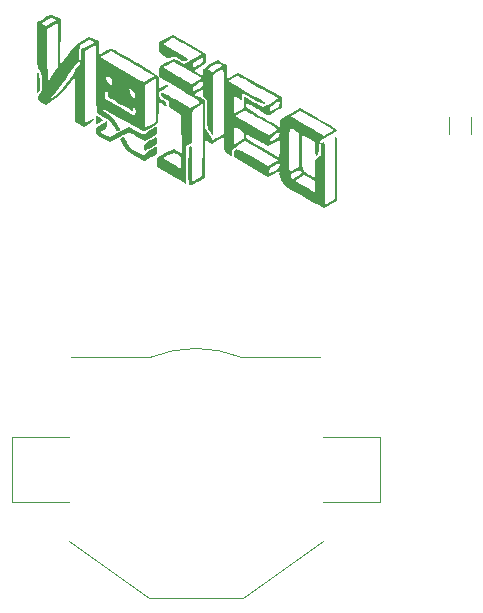
<source format=gbr>
%TF.GenerationSoftware,KiCad,Pcbnew,6.0.6-3a73a75311~116~ubuntu21.10.1*%
%TF.CreationDate,2023-05-16T20:40:28-06:00*%
%TF.ProjectId,goon,676f6f6e-2e6b-4696-9361-645f70636258,rev?*%
%TF.SameCoordinates,Original*%
%TF.FileFunction,Legend,Bot*%
%TF.FilePolarity,Positive*%
%FSLAX46Y46*%
G04 Gerber Fmt 4.6, Leading zero omitted, Abs format (unit mm)*
G04 Created by KiCad (PCBNEW 6.0.6-3a73a75311~116~ubuntu21.10.1) date 2023-05-16 20:40:28*
%MOMM*%
%LPD*%
G01*
G04 APERTURE LIST*
%ADD10C,0.120000*%
G04 APERTURE END LIST*
D10*
%TO.C,R1*%
X173635000Y-99347936D02*
X173635000Y-100802064D01*
X171815000Y-99347936D02*
X171815000Y-100802064D01*
%TO.C,G\u002A\u002A\u002A*%
G36*
X142604140Y-93835880D02*
G01*
X142820568Y-93718724D01*
X143040326Y-93615437D01*
X143167158Y-93575666D01*
X143256765Y-93611455D01*
X143475191Y-93721686D01*
X143800319Y-93895387D01*
X144211638Y-94121415D01*
X144688635Y-94388628D01*
X145210803Y-94685884D01*
X145431676Y-94812571D01*
X145988071Y-95133282D01*
X146418746Y-95388721D01*
X146739213Y-95593533D01*
X146964982Y-95762363D01*
X147103623Y-95901866D01*
X147111565Y-95909857D01*
X147194471Y-96050658D01*
X147229211Y-96199412D01*
X147231297Y-96370763D01*
X147216240Y-96579357D01*
X147207924Y-96695684D01*
X147199788Y-96886842D01*
X147205511Y-96962333D01*
X147214068Y-96959361D01*
X147320281Y-96901577D01*
X147502454Y-96793316D01*
X147621442Y-96728015D01*
X147845020Y-96643041D01*
X148010922Y-96626682D01*
X148074781Y-96687166D01*
X148034692Y-96735760D01*
X147880881Y-96846795D01*
X147651447Y-96983475D01*
X147549635Y-97041008D01*
X147347566Y-97178287D01*
X147252861Y-97305371D01*
X147229334Y-97463403D01*
X147234600Y-97546409D01*
X147313341Y-97726215D01*
X147517266Y-97888474D01*
X147611187Y-97950691D01*
X147835015Y-98171764D01*
X147906667Y-98412160D01*
X147881890Y-98427224D01*
X147751550Y-98388087D01*
X147546834Y-98282735D01*
X147187000Y-98071999D01*
X147194049Y-98649955D01*
X147191961Y-98945675D01*
X147176868Y-99304533D01*
X147151716Y-99581085D01*
X147140690Y-99653696D01*
X147117026Y-99742356D01*
X147096067Y-99820884D01*
X147006034Y-99951865D01*
X146836156Y-100085702D01*
X146552000Y-100261461D01*
X146509490Y-100286401D01*
X146231915Y-100433201D01*
X146005772Y-100527103D01*
X145876555Y-100548757D01*
X145858513Y-100541355D01*
X145710922Y-100466255D01*
X145447318Y-100323718D01*
X145091411Y-100126826D01*
X144666908Y-99888660D01*
X144197517Y-99622302D01*
X143854858Y-99426771D01*
X143400589Y-99167920D01*
X143064268Y-98977918D01*
X142827682Y-98847616D01*
X142672612Y-98767867D01*
X142580845Y-98729524D01*
X142534163Y-98723438D01*
X142514351Y-98740462D01*
X142503193Y-98771449D01*
X142540162Y-98834822D01*
X142689361Y-98959617D01*
X142917273Y-99110115D01*
X143122508Y-99247950D01*
X143412493Y-99523578D01*
X143679981Y-99904339D01*
X143795555Y-100095738D01*
X143905703Y-100294108D01*
X143941079Y-100408293D01*
X143909874Y-100474845D01*
X143820281Y-100530313D01*
X143695571Y-100575142D01*
X143612349Y-100551641D01*
X143579887Y-100484121D01*
X143479801Y-100301196D01*
X143341398Y-100061025D01*
X143269693Y-99945614D01*
X143090846Y-99723328D01*
X142857676Y-99537269D01*
X142517429Y-99341358D01*
X141937667Y-99036666D01*
X141919421Y-97791543D01*
X142657334Y-97791543D01*
X143900563Y-98498771D01*
X144216803Y-98678446D01*
X144593477Y-98891811D01*
X144898880Y-99064052D01*
X145107734Y-99180923D01*
X145194759Y-99228176D01*
X145206476Y-99224368D01*
X145235939Y-99119346D01*
X145249609Y-98914264D01*
X145249640Y-98885016D01*
X145219024Y-98648290D01*
X145140746Y-98534912D01*
X145070588Y-98536787D01*
X145028000Y-98658323D01*
X145018067Y-98753967D01*
X144973497Y-98825000D01*
X144956316Y-98819380D01*
X144820479Y-98751764D01*
X144576274Y-98619613D01*
X144274956Y-98451262D01*
X146044000Y-98451262D01*
X146044139Y-98658283D01*
X146044852Y-98885016D01*
X146045751Y-99171017D01*
X146048945Y-99612263D01*
X146053437Y-99957561D01*
X146058940Y-100182449D01*
X146065167Y-100262465D01*
X146124270Y-100232796D01*
X146293604Y-100138190D01*
X146530834Y-100001476D01*
X146975334Y-99742356D01*
X146975334Y-97929011D01*
X146975066Y-97722039D01*
X146971939Y-97209059D01*
X146965742Y-96767439D01*
X146957028Y-96421671D01*
X146946354Y-96196250D01*
X146934272Y-96115666D01*
X146873156Y-96142209D01*
X146702409Y-96237022D01*
X146468606Y-96376928D01*
X146044000Y-96638191D01*
X146044000Y-98451262D01*
X144274956Y-98451262D01*
X144251434Y-98438120D01*
X143873691Y-98222477D01*
X143548838Y-98033662D01*
X143232920Y-97842297D01*
X143028703Y-97702910D01*
X142915179Y-97598802D01*
X142871334Y-97513271D01*
X142876159Y-97429619D01*
X142885873Y-97301033D01*
X142790632Y-97188132D01*
X142720991Y-97177783D01*
X142670558Y-97253731D01*
X142657334Y-97464262D01*
X142657334Y-97791543D01*
X141919421Y-97791543D01*
X141906351Y-96899632D01*
X144725900Y-96899632D01*
X144758217Y-97206149D01*
X144761915Y-97235882D01*
X144826062Y-97466687D01*
X144925449Y-97618500D01*
X145079164Y-97711695D01*
X145170746Y-97675961D01*
X145197334Y-97486255D01*
X145155104Y-97293163D01*
X144961617Y-97073905D01*
X144725900Y-96899632D01*
X141906351Y-96899632D01*
X141895334Y-96147825D01*
X141894979Y-96123599D01*
X142760773Y-96123599D01*
X142806642Y-96325344D01*
X142999518Y-96541504D01*
X143231068Y-96706382D01*
X143267915Y-96455327D01*
X143272832Y-96420351D01*
X143276595Y-96212337D01*
X143191537Y-96083142D01*
X142980623Y-95970229D01*
X142831807Y-95914356D01*
X142767007Y-95951124D01*
X142760773Y-96123599D01*
X141894979Y-96123599D01*
X141868210Y-94296922D01*
X142254876Y-94296922D01*
X144092541Y-95359257D01*
X145568230Y-96212337D01*
X145930207Y-96421592D01*
X146399510Y-96161729D01*
X146868812Y-95901866D01*
X146054240Y-95439281D01*
X145671816Y-95220398D01*
X145188928Y-94941229D01*
X144682545Y-94646263D01*
X144215025Y-94371697D01*
X143190382Y-93766697D01*
X142722629Y-94031809D01*
X142254876Y-94296922D01*
X141868210Y-94296922D01*
X141853000Y-93258983D01*
X141408500Y-93510164D01*
X140964000Y-93761344D01*
X140964000Y-99857726D01*
X141265173Y-99680029D01*
X141393565Y-99608232D01*
X141624073Y-99509584D01*
X141732218Y-99508004D01*
X141715655Y-99586909D01*
X141572045Y-99729718D01*
X141299045Y-99919850D01*
X140872089Y-100182559D01*
X140496283Y-99962321D01*
X140120477Y-99742084D01*
X140097739Y-97849670D01*
X140075000Y-95957256D01*
X139440000Y-96772492D01*
X139369472Y-96862486D01*
X139057409Y-97240424D01*
X138787474Y-97521382D01*
X138519383Y-97743897D01*
X138212854Y-97946509D01*
X137620708Y-98305290D01*
X137323854Y-98128262D01*
X137227094Y-98070179D01*
X137021675Y-97931170D01*
X136942214Y-97816099D01*
X136944170Y-97807401D01*
X138013950Y-97807401D01*
X138047406Y-97791789D01*
X138189745Y-97707392D01*
X138399165Y-97574567D01*
X138532070Y-97468244D01*
X138776871Y-97223756D01*
X139067809Y-96896632D01*
X139377282Y-96520720D01*
X139677686Y-96129871D01*
X139941418Y-95757933D01*
X140140874Y-95438755D01*
X140157653Y-95409257D01*
X140315542Y-95154221D01*
X140466287Y-94940359D01*
X140497019Y-94897814D01*
X140574147Y-94725232D01*
X140613998Y-94476468D01*
X140625334Y-94105523D01*
X140629565Y-93803280D01*
X140647868Y-93606372D01*
X140686688Y-93522317D01*
X140752438Y-93521657D01*
X140869025Y-93510837D01*
X141086680Y-93427380D01*
X141348049Y-93288207D01*
X141816556Y-93005982D01*
X141572335Y-92904822D01*
X141480365Y-92871105D01*
X141333705Y-92855581D01*
X141164179Y-92910035D01*
X140913224Y-93047110D01*
X140498334Y-93290557D01*
X140473452Y-93962278D01*
X140448570Y-94634000D01*
X140055034Y-95152071D01*
X139548170Y-95819333D01*
X139330264Y-96105263D01*
X139012224Y-96519498D01*
X138720383Y-96896206D01*
X138480000Y-97202835D01*
X138316335Y-97406833D01*
X138163670Y-97596070D01*
X138047464Y-97749244D01*
X138013950Y-97807401D01*
X136944170Y-97807401D01*
X136972957Y-97679416D01*
X137098153Y-97475568D01*
X137100389Y-97472185D01*
X137217144Y-97272551D01*
X137284679Y-97076445D01*
X137315805Y-96826359D01*
X137323334Y-96464790D01*
X137318763Y-96182922D01*
X137290717Y-95887130D01*
X137226170Y-95655198D01*
X137112687Y-95425808D01*
X137046289Y-95305090D01*
X136993801Y-95185391D01*
X136955881Y-95046917D01*
X136930159Y-94864574D01*
X136914261Y-94613271D01*
X136905818Y-94267914D01*
X136902456Y-93803410D01*
X136901804Y-93194666D01*
X136901786Y-93049710D01*
X137760010Y-93049710D01*
X137761609Y-93587776D01*
X137766364Y-94180002D01*
X137789000Y-96347890D01*
X138233500Y-95749981D01*
X138678000Y-95152071D01*
X138678000Y-93263202D01*
X138677670Y-92991019D01*
X138675078Y-92473007D01*
X138670246Y-92028335D01*
X138663576Y-91680999D01*
X138655470Y-91454999D01*
X138646331Y-91374333D01*
X138621126Y-91379426D01*
X138474576Y-91447345D01*
X138263966Y-91568300D01*
X138042580Y-91708953D01*
X137863701Y-91835964D01*
X137780612Y-91915995D01*
X137772659Y-91997872D01*
X137765684Y-92231017D01*
X137761418Y-92589543D01*
X137760010Y-93049710D01*
X136901786Y-93049710D01*
X136901583Y-91449745D01*
X137305478Y-91449745D01*
X137374914Y-91518564D01*
X137506662Y-91598199D01*
X137639748Y-91614234D01*
X137816168Y-91553570D01*
X138085334Y-91408556D01*
X138237286Y-91321662D01*
X138421019Y-91209315D01*
X138484352Y-91141292D01*
X138443892Y-91090296D01*
X138316249Y-91029031D01*
X138247634Y-91001603D01*
X138104448Y-90984635D01*
X137927732Y-91036900D01*
X137663372Y-91170092D01*
X137456288Y-91286692D01*
X137325215Y-91381380D01*
X137305478Y-91449745D01*
X136901583Y-91449745D01*
X136901568Y-91332000D01*
X137460008Y-91014499D01*
X137504902Y-90989154D01*
X137781011Y-90841238D01*
X137999128Y-90737266D01*
X138115391Y-90698392D01*
X138156312Y-90706539D01*
X138326757Y-90775547D01*
X138551000Y-90891677D01*
X138889667Y-91083568D01*
X138888754Y-91141292D01*
X138828145Y-94972666D01*
X139497724Y-94101455D01*
X139694557Y-93849338D01*
X139975287Y-93513986D01*
X140219953Y-93264715D01*
X140464319Y-93066615D01*
X140744149Y-92884775D01*
X141320997Y-92539306D01*
X141735165Y-92733292D01*
X142149334Y-92927278D01*
X142149334Y-94096094D01*
X142604140Y-93835880D01*
G37*
G36*
X144241835Y-101042607D02*
G01*
X144338625Y-101184760D01*
X144480411Y-101455102D01*
X144525338Y-101542835D01*
X144668144Y-101787968D01*
X144821712Y-101966565D01*
X145033378Y-102125149D01*
X145350478Y-102310245D01*
X145361451Y-102316321D01*
X145690743Y-102485553D01*
X145891470Y-102558642D01*
X145959334Y-102534009D01*
X146023951Y-102453395D01*
X146193750Y-102321653D01*
X146422875Y-102168793D01*
X146665429Y-102023763D01*
X146875516Y-101915516D01*
X147007242Y-101873000D01*
X147016705Y-101878172D01*
X147047152Y-101986305D01*
X147058852Y-102190500D01*
X147058676Y-102215815D01*
X147043616Y-102385113D01*
X146980209Y-102508045D01*
X146834371Y-102625873D01*
X146572019Y-102779859D01*
X146327046Y-102912319D01*
X146120552Y-103014634D01*
X146014700Y-103055025D01*
X145974863Y-103043804D01*
X145807809Y-102969120D01*
X145549529Y-102839614D01*
X145236499Y-102673183D01*
X144948945Y-102512595D01*
X144699777Y-102352512D01*
X144523554Y-102195151D01*
X144376999Y-102000406D01*
X144216840Y-101728171D01*
X144120598Y-101554697D01*
X144007260Y-101333693D01*
X143965357Y-101201308D01*
X143986294Y-101120188D01*
X144061473Y-101052976D01*
X144077603Y-101041464D01*
X144163632Y-101003292D01*
X144241835Y-101042607D01*
G37*
G36*
X147008149Y-101034431D02*
G01*
X147045104Y-101141181D01*
X147060000Y-101344748D01*
X147059891Y-101373703D01*
X147045168Y-101541907D01*
X146981769Y-101664138D01*
X146835751Y-101781585D01*
X146573167Y-101935434D01*
X146327165Y-102068371D01*
X146121900Y-102170048D01*
X146017723Y-102209685D01*
X146006164Y-102205249D01*
X145974729Y-102100431D01*
X145975390Y-101899526D01*
X145996933Y-101749966D01*
X146063578Y-101606846D01*
X146208193Y-101474841D01*
X146467334Y-101310156D01*
X146695959Y-101178205D01*
X146895785Y-101071711D01*
X146996500Y-101029629D01*
X147008149Y-101034431D01*
G37*
G36*
X142826667Y-99956633D02*
G01*
X142813203Y-100125737D01*
X142729353Y-100296160D01*
X142531307Y-100458930D01*
X142235947Y-100659633D01*
X142651195Y-100854124D01*
X143066442Y-101048616D01*
X143858910Y-100621408D01*
X144651377Y-100194201D01*
X145313742Y-100567934D01*
X145481534Y-100662523D01*
X145758443Y-100816457D01*
X145923905Y-100901074D01*
X146002697Y-100926054D01*
X146019600Y-100901079D01*
X145999394Y-100835833D01*
X145998914Y-100834245D01*
X146054627Y-100753417D01*
X146214409Y-100623143D01*
X146434133Y-100472027D01*
X146669670Y-100328674D01*
X146876893Y-100221685D01*
X147011676Y-100179666D01*
X147020813Y-100185478D01*
X147048750Y-100295672D01*
X147060000Y-100501561D01*
X147059173Y-100576769D01*
X147038785Y-100725744D01*
X146965884Y-100838293D01*
X146807543Y-100951910D01*
X146530834Y-101104085D01*
X146001667Y-101384714D01*
X145390431Y-101036190D01*
X145299261Y-100984894D01*
X145014278Y-100833598D01*
X144790760Y-100728218D01*
X144670764Y-100689042D01*
X144631275Y-100698274D01*
X144457925Y-100771079D01*
X144195975Y-100900518D01*
X143885000Y-101067526D01*
X143737088Y-101148396D01*
X143441537Y-101300771D01*
X143212018Y-101406756D01*
X143088804Y-101447151D01*
X143083620Y-101447012D01*
X142945771Y-101403394D01*
X142712979Y-101296945D01*
X142432637Y-101149189D01*
X142298669Y-101073625D01*
X142074011Y-100934849D01*
X141953324Y-100822391D01*
X141904476Y-100699088D01*
X141895334Y-100527779D01*
X141899007Y-100418190D01*
X141950981Y-100225137D01*
X142085834Y-100113159D01*
X142105436Y-100103301D01*
X142316198Y-99984554D01*
X142551500Y-99837254D01*
X142826667Y-99655037D01*
X142826667Y-99956633D01*
G37*
G36*
X137024308Y-95654984D02*
G01*
X137032228Y-95666466D01*
X137095773Y-95851638D01*
X137136535Y-96135916D01*
X137153548Y-96466065D01*
X137145842Y-96788851D01*
X137112449Y-97051041D01*
X137052400Y-97199400D01*
X136998247Y-97250136D01*
X136925400Y-97301000D01*
X136917005Y-97249882D01*
X136908207Y-97060599D01*
X136902214Y-96764356D01*
X136900000Y-96395817D01*
X136900022Y-96340122D01*
X136902702Y-95962504D01*
X136912589Y-95728308D01*
X136933566Y-95614409D01*
X136969512Y-95597676D01*
X137024308Y-95654984D01*
G37*
G36*
X142191667Y-99392384D02*
G01*
X142248746Y-99420529D01*
X142419343Y-99518815D01*
X142488000Y-99583071D01*
X142487659Y-99585962D01*
X142415363Y-99663855D01*
X142255167Y-99776803D01*
X142108101Y-99863244D01*
X141967289Y-99906587D01*
X141907671Y-99820882D01*
X141895334Y-99588369D01*
X141895334Y-99251072D01*
X142191667Y-99392384D01*
G37*
G36*
X153926655Y-95586618D02*
G01*
X155763828Y-96642490D01*
X157601000Y-97698363D01*
X157605302Y-97770974D01*
X157616578Y-97961319D01*
X157651460Y-98550147D01*
X157245230Y-98786248D01*
X157086451Y-98879108D01*
X156838907Y-99026041D01*
X156669667Y-99129216D01*
X156640723Y-99145582D01*
X156549049Y-99168074D01*
X156423683Y-99145317D01*
X156236980Y-99066456D01*
X155961300Y-98920635D01*
X155569000Y-98697000D01*
X155533950Y-98676833D01*
X156627420Y-98676833D01*
X156633185Y-98835001D01*
X156648500Y-98903011D01*
X156685646Y-98882839D01*
X156833303Y-98796011D01*
X157050667Y-98665214D01*
X157211500Y-98559029D01*
X157390855Y-98384562D01*
X157459278Y-98197695D01*
X157486890Y-97961319D01*
X157057198Y-98202659D01*
X156976839Y-98248656D01*
X156759529Y-98394696D01*
X156654672Y-98524607D01*
X156627420Y-98676833D01*
X155533950Y-98676833D01*
X155275023Y-98527851D01*
X154982280Y-98365533D01*
X154793304Y-98274420D01*
X154684042Y-98245535D01*
X154630445Y-98269903D01*
X154608460Y-98338548D01*
X154617911Y-98462088D01*
X154735460Y-98634271D01*
X154839302Y-98701925D01*
X155061605Y-98836747D01*
X155367133Y-99017264D01*
X155727234Y-99227038D01*
X156113256Y-99449634D01*
X156496548Y-99668615D01*
X156848458Y-99867546D01*
X157140334Y-100029988D01*
X157343524Y-100139507D01*
X157429378Y-100179666D01*
X157437410Y-100174513D01*
X157464091Y-100066401D01*
X157475727Y-99862166D01*
X157478814Y-99752801D01*
X157503261Y-99638187D01*
X157574033Y-99535668D01*
X157716308Y-99421224D01*
X157955264Y-99270835D01*
X157968820Y-99262932D01*
X158411386Y-99262932D01*
X158466963Y-99326336D01*
X158647095Y-99456845D01*
X158931672Y-99641342D01*
X159300588Y-99866707D01*
X159733734Y-100119824D01*
X159791527Y-100152898D01*
X160229870Y-100402124D01*
X160613357Y-100617379D01*
X160919041Y-100785990D01*
X161123974Y-100895280D01*
X161205208Y-100932576D01*
X161250774Y-100911162D01*
X161410281Y-100825412D01*
X161636921Y-100698274D01*
X162032175Y-100473062D01*
X160604135Y-99645203D01*
X159176096Y-98817344D01*
X158854215Y-99019529D01*
X158769482Y-99071617D01*
X158556059Y-99193262D01*
X158415527Y-99259848D01*
X158411386Y-99262932D01*
X157968820Y-99262932D01*
X158316081Y-99060480D01*
X159154707Y-98576294D01*
X160727354Y-99473300D01*
X160898522Y-99571504D01*
X161345613Y-99833771D01*
X161730492Y-100067847D01*
X162031724Y-100260188D01*
X162227875Y-100397249D01*
X162297511Y-100465486D01*
X162292186Y-100473062D01*
X162265186Y-100511475D01*
X162113898Y-100634356D01*
X161867233Y-100802212D01*
X161556678Y-100992635D01*
X160818334Y-101424604D01*
X160792736Y-101960208D01*
X160772173Y-102218882D01*
X160716650Y-102468629D01*
X160623403Y-102601466D01*
X160594119Y-102621611D01*
X160530521Y-102638153D01*
X160489848Y-102570890D01*
X160462114Y-102391361D01*
X160437334Y-102071105D01*
X160395000Y-101435092D01*
X159865834Y-101138324D01*
X159336667Y-100841557D01*
X159336667Y-102279232D01*
X159336933Y-102657317D01*
X159342768Y-103121164D01*
X159363747Y-103461500D01*
X159380158Y-103549138D01*
X159409565Y-103706171D01*
X159489920Y-103883021D01*
X159614508Y-104019896D01*
X159731429Y-104101598D01*
X159793025Y-104144640D01*
X160035167Y-104285099D01*
X160437334Y-104513757D01*
X160437334Y-103719633D01*
X160437381Y-103595046D01*
X160441105Y-103266630D01*
X160458146Y-103058439D01*
X160498721Y-102932498D01*
X160573045Y-102850832D01*
X160691334Y-102775468D01*
X160711990Y-102763178D01*
X160841495Y-102671060D01*
X160911368Y-102559841D01*
X160939889Y-102379466D01*
X160945334Y-102079879D01*
X160949874Y-101813433D01*
X160962638Y-101611549D01*
X160980742Y-101534333D01*
X161015108Y-101527769D01*
X161150076Y-101482941D01*
X161177232Y-101478809D01*
X161209188Y-101505313D01*
X161234130Y-101584800D01*
X161252905Y-101733890D01*
X161266363Y-101969205D01*
X161275353Y-102307366D01*
X161280723Y-102764994D01*
X161283323Y-103358710D01*
X161284000Y-104105134D01*
X161284000Y-106778719D01*
X161686167Y-106542465D01*
X162088334Y-106306212D01*
X162110673Y-103581606D01*
X162119459Y-102802276D01*
X162132358Y-102123890D01*
X162148832Y-101581951D01*
X162168561Y-101184679D01*
X162191226Y-100940289D01*
X162216507Y-100857000D01*
X162240988Y-100938986D01*
X162261681Y-101183405D01*
X162278135Y-101583352D01*
X162290145Y-102131914D01*
X162297502Y-102822178D01*
X162300000Y-103647231D01*
X162300000Y-106437463D01*
X161813167Y-106730888D01*
X161559517Y-106873924D01*
X161327335Y-106985703D01*
X161185732Y-107030989D01*
X161165667Y-107027672D01*
X161013092Y-106965125D01*
X160745668Y-106832979D01*
X160387205Y-106643710D01*
X159961512Y-106409794D01*
X159492399Y-106143708D01*
X159215144Y-105983803D01*
X158760790Y-105718608D01*
X158420598Y-105512026D01*
X158172387Y-105347628D01*
X157993976Y-105208982D01*
X157863184Y-105079661D01*
X157757830Y-104943233D01*
X157655734Y-104783270D01*
X157643431Y-104762329D01*
X158727369Y-104762329D01*
X159476518Y-105189967D01*
X159690210Y-105312993D01*
X159990707Y-105489810D01*
X160218399Y-105628523D01*
X160335905Y-105706657D01*
X160368274Y-105726759D01*
X160412525Y-105699187D01*
X160428283Y-105555230D01*
X160420571Y-105268918D01*
X160395000Y-104742127D01*
X159970508Y-104497459D01*
X159546015Y-104252791D01*
X158727369Y-104762329D01*
X157643431Y-104762329D01*
X157596230Y-104681990D01*
X157440609Y-104345257D01*
X157436645Y-104313713D01*
X158378268Y-104313713D01*
X158409323Y-104420453D01*
X158473334Y-104517022D01*
X158557992Y-104582333D01*
X158618956Y-104557076D01*
X158782484Y-104464716D01*
X158991508Y-104335810D01*
X159192424Y-104203667D01*
X159331627Y-104101598D01*
X159325572Y-104052882D01*
X159234983Y-103936363D01*
X159177740Y-103885964D01*
X159082822Y-103856918D01*
X158943895Y-103902152D01*
X158711866Y-104030499D01*
X158606052Y-104093920D01*
X158434846Y-104216467D01*
X158378268Y-104313713D01*
X157436645Y-104313713D01*
X157411159Y-104110895D01*
X157430336Y-103975994D01*
X157423652Y-103905000D01*
X157367118Y-103931330D01*
X157200013Y-104023480D01*
X156966000Y-104159000D01*
X156772375Y-104270035D01*
X156578398Y-104373189D01*
X156482784Y-104413000D01*
X156480148Y-104412517D01*
X156379655Y-104363797D01*
X156158574Y-104244301D01*
X155870991Y-104084138D01*
X156580288Y-104084138D01*
X156581663Y-104151442D01*
X156626172Y-104122543D01*
X156781153Y-104028158D01*
X157008334Y-103892243D01*
X157249951Y-103732492D01*
X157391262Y-103584617D01*
X157431667Y-103434135D01*
X157431332Y-103371606D01*
X157416808Y-103269249D01*
X157356373Y-103248875D01*
X157217086Y-103312450D01*
X156966000Y-103461943D01*
X156747283Y-103610990D01*
X156618580Y-103758980D01*
X156581663Y-103926166D01*
X156580288Y-104084138D01*
X155870991Y-104084138D01*
X155840208Y-104066994D01*
X155447863Y-103844840D01*
X155004843Y-103590804D01*
X153579334Y-102768609D01*
X153579334Y-102453510D01*
X153579721Y-102412948D01*
X153599872Y-102228876D01*
X153662641Y-102117348D01*
X153784693Y-102081489D01*
X153982694Y-102124425D01*
X154273311Y-102249281D01*
X154673210Y-102459182D01*
X155199058Y-102757254D01*
X156465180Y-103488327D01*
X156885348Y-103259643D01*
X157061764Y-103157909D01*
X157221063Y-103049844D01*
X157267413Y-102992856D01*
X157185527Y-102940348D01*
X156980548Y-102817146D01*
X156676087Y-102637206D01*
X156295743Y-102414476D01*
X155863118Y-102162905D01*
X154496927Y-101371056D01*
X153953464Y-101714284D01*
X153865023Y-101770501D01*
X153619969Y-101937309D01*
X153482883Y-102065106D01*
X153423112Y-102189539D01*
X153410000Y-102346256D01*
X153409753Y-102378277D01*
X153396636Y-102560596D01*
X153369714Y-102635000D01*
X153358193Y-102632341D01*
X153240299Y-102575173D01*
X153052214Y-102466897D01*
X152973122Y-102417275D01*
X152860634Y-102322635D01*
X152795313Y-102196766D01*
X152758782Y-101993697D01*
X152732667Y-101667454D01*
X152690334Y-101036113D01*
X152202206Y-101335156D01*
X151714078Y-101634198D01*
X151124000Y-101286044D01*
X151124000Y-104478368D01*
X150525937Y-104833671D01*
X150439036Y-104884157D01*
X150157964Y-105031648D01*
X149935929Y-105124919D01*
X149814822Y-105145592D01*
X149787687Y-105122453D01*
X149753776Y-105026871D01*
X149730884Y-104841905D01*
X149717773Y-104547596D01*
X149713203Y-104123983D01*
X149715939Y-103551105D01*
X149723269Y-103081609D01*
X149736638Y-102632059D01*
X149754335Y-102265004D01*
X149774945Y-102009391D01*
X149797051Y-101894166D01*
X149829617Y-101846957D01*
X149897721Y-101792822D01*
X149948646Y-101840536D01*
X149984530Y-102003571D01*
X150007514Y-102295399D01*
X150019735Y-102729492D01*
X150023334Y-103319321D01*
X150023334Y-104850310D01*
X150450646Y-104603603D01*
X150877959Y-104356896D01*
X150928331Y-101280281D01*
X150978703Y-98203667D01*
X150649185Y-98403588D01*
X150566040Y-98454001D01*
X150334944Y-98593817D01*
X150171500Y-98692288D01*
X150165028Y-98696300D01*
X150110975Y-98749097D01*
X150072539Y-98843948D01*
X150047139Y-99006303D01*
X150032193Y-99261614D01*
X150025118Y-99635333D01*
X150023334Y-100152912D01*
X150023334Y-101524759D01*
X149505498Y-101830653D01*
X149528227Y-103214023D01*
X149531583Y-103418272D01*
X149531915Y-103438818D01*
X149536882Y-103932346D01*
X149535589Y-104359389D01*
X149528566Y-104694247D01*
X149516340Y-104911221D01*
X149499437Y-104984612D01*
X149456219Y-104962666D01*
X149284896Y-104868808D01*
X149009569Y-104715012D01*
X148656319Y-104515876D01*
X148251230Y-104286000D01*
X147061253Y-103608666D01*
X147060627Y-103214216D01*
X147060000Y-102819766D01*
X147068609Y-102815097D01*
X147542302Y-102815097D01*
X148253651Y-103243315D01*
X148443847Y-103357177D01*
X148730513Y-103526167D01*
X148944449Y-103648925D01*
X149049667Y-103704595D01*
X149086352Y-103675832D01*
X149116726Y-103507914D01*
X149122308Y-103214023D01*
X149120316Y-103131459D01*
X149105806Y-102874663D01*
X149062565Y-102722769D01*
X148965432Y-102623777D01*
X148789247Y-102525688D01*
X148468212Y-102360988D01*
X148005257Y-102588042D01*
X147542302Y-102815097D01*
X147068609Y-102815097D01*
X147758500Y-102440958D01*
X148457000Y-102062151D01*
X149134334Y-102456829D01*
X149105804Y-99141537D01*
X148590902Y-98851365D01*
X148550496Y-98828526D01*
X148293544Y-98674111D01*
X148150749Y-98554964D01*
X148089203Y-98434261D01*
X148076000Y-98275181D01*
X148075974Y-98265297D01*
X148051320Y-98074632D01*
X147952291Y-97938624D01*
X147737334Y-97798826D01*
X147690705Y-97770947D01*
X147507358Y-97619770D01*
X147403859Y-97466829D01*
X147397232Y-97348511D01*
X147504500Y-97301201D01*
X147544995Y-97312741D01*
X147718943Y-97391253D01*
X147996764Y-97531756D01*
X148350310Y-97719806D01*
X148751435Y-97940962D01*
X149892536Y-98580522D01*
X150233102Y-98393543D01*
X150295475Y-98359411D01*
X150497529Y-98244960D01*
X150617924Y-98151190D01*
X150646030Y-98060198D01*
X150571218Y-97954084D01*
X150382859Y-97814944D01*
X150070322Y-97624877D01*
X149766832Y-97449235D01*
X150192021Y-97449235D01*
X150657809Y-97692617D01*
X151123598Y-97936000D01*
X151124000Y-100252588D01*
X151441500Y-100765528D01*
X151456836Y-100790220D01*
X151616093Y-101036562D01*
X151739458Y-101210106D01*
X151801334Y-101274638D01*
X151868778Y-101244931D01*
X152046646Y-101150112D01*
X152288167Y-101013398D01*
X152494262Y-100894049D01*
X153579334Y-100894049D01*
X153580494Y-101031859D01*
X153592337Y-101331620D01*
X153614246Y-101539063D01*
X153642834Y-101615696D01*
X153685647Y-101601718D01*
X153845678Y-101521850D01*
X154066167Y-101395432D01*
X154095992Y-101377301D01*
X154305306Y-101228611D01*
X154402321Y-101088639D01*
X154417038Y-100973999D01*
X154595334Y-100973999D01*
X154597788Y-101006730D01*
X154631825Y-101091257D01*
X154720683Y-101189572D01*
X154883066Y-101315247D01*
X155137681Y-101481857D01*
X155503231Y-101702975D01*
X155998422Y-101992174D01*
X156034650Y-102013141D01*
X156467640Y-102263271D01*
X156845050Y-102480468D01*
X157144158Y-102651718D01*
X157342245Y-102764010D01*
X157416588Y-102804333D01*
X157419875Y-102786121D01*
X157425922Y-102641004D01*
X157430105Y-102382397D01*
X157430915Y-102209009D01*
X158236000Y-102209009D01*
X158236323Y-102388518D01*
X158240991Y-102898814D01*
X158250523Y-103338401D01*
X158254282Y-103434135D01*
X158264040Y-103682625D01*
X158280659Y-103906830D01*
X158299500Y-103986362D01*
X158342314Y-103972385D01*
X158502344Y-103892517D01*
X158722834Y-103766098D01*
X159082667Y-103549138D01*
X159082667Y-100701477D01*
X158784185Y-100517005D01*
X158722264Y-100479043D01*
X158564535Y-100392068D01*
X158445222Y-100358648D01*
X158396951Y-100379173D01*
X158358966Y-100395324D01*
X158300409Y-100518635D01*
X158275276Y-100675810D01*
X158264193Y-100745119D01*
X158244958Y-101091317D01*
X158237347Y-101573767D01*
X158236341Y-102048229D01*
X158236000Y-102209009D01*
X157430915Y-102209009D01*
X157431667Y-102048229D01*
X157431667Y-101292126D01*
X156998028Y-101540229D01*
X156803173Y-101646775D01*
X156592576Y-101748876D01*
X156475857Y-101788333D01*
X156449151Y-101782077D01*
X156295285Y-101712998D01*
X156050937Y-101583751D01*
X155962007Y-101532889D01*
X156578497Y-101532889D01*
X156621760Y-101508443D01*
X156775681Y-101418816D01*
X157001542Y-101286236D01*
X157237493Y-101131442D01*
X157381681Y-100980900D01*
X157427671Y-100822013D01*
X157430653Y-100675810D01*
X157423960Y-100603000D01*
X157390867Y-100618706D01*
X157246231Y-100696205D01*
X157028309Y-100816701D01*
X156838367Y-100934704D01*
X156675594Y-101094883D01*
X156608975Y-101282367D01*
X156608457Y-101285905D01*
X156584627Y-101461051D01*
X156578497Y-101532889D01*
X155962007Y-101532889D01*
X155755218Y-101414620D01*
X155669747Y-101364258D01*
X155344423Y-101175315D01*
X155056222Y-101011780D01*
X154859222Y-100904446D01*
X154811477Y-100879845D01*
X154660695Y-100813508D01*
X154603998Y-100840847D01*
X154599876Y-100904192D01*
X154595334Y-100973999D01*
X154417038Y-100973999D01*
X154426000Y-100904192D01*
X154421513Y-100804731D01*
X154375050Y-100665003D01*
X154247753Y-100544612D01*
X154002667Y-100399505D01*
X153579334Y-100169098D01*
X153579334Y-100894049D01*
X152494262Y-100894049D01*
X152732667Y-100755989D01*
X152732667Y-99278303D01*
X153682427Y-99278303D01*
X155049047Y-100065401D01*
X155480429Y-100311347D01*
X155868818Y-100527960D01*
X156184628Y-100699043D01*
X156403315Y-100811303D01*
X156500334Y-100851445D01*
X156550649Y-100838057D01*
X156722001Y-100758490D01*
X156948395Y-100631328D01*
X157076119Y-100552630D01*
X157214364Y-100449428D01*
X157235455Y-100379173D01*
X157160062Y-100310534D01*
X157123373Y-100286450D01*
X156910167Y-100154788D01*
X156609890Y-99977151D01*
X156251707Y-99769951D01*
X155864787Y-99549599D01*
X155478297Y-99332509D01*
X155121404Y-99135092D01*
X154823275Y-98973760D01*
X154613079Y-98864925D01*
X154519983Y-98825000D01*
X154463854Y-98840083D01*
X154287837Y-98922122D01*
X154057665Y-99051651D01*
X153682427Y-99278303D01*
X152732667Y-99278303D01*
X152732667Y-98003436D01*
X152733135Y-97414122D01*
X152733444Y-96761201D01*
X152730596Y-96317690D01*
X153085257Y-96317690D01*
X153854805Y-96761201D01*
X154623462Y-97204198D01*
X154767902Y-97287480D01*
X155214663Y-97545591D01*
X155603242Y-97770848D01*
X155911485Y-97950362D01*
X156117241Y-98071241D01*
X156198356Y-98120597D01*
X156205586Y-98142879D01*
X156148405Y-98237128D01*
X156099869Y-98250558D01*
X155920903Y-98200873D01*
X155616329Y-98056871D01*
X155180383Y-97816044D01*
X154299000Y-97308319D01*
X154272723Y-97600993D01*
X154269270Y-97636748D01*
X154242249Y-97819308D01*
X154214062Y-97893666D01*
X154198258Y-97888784D01*
X154075219Y-97826665D01*
X153880507Y-97715970D01*
X153579334Y-97538273D01*
X153579334Y-98308636D01*
X153579906Y-98486305D01*
X153584018Y-98790209D01*
X153591227Y-98999728D01*
X153600500Y-99077391D01*
X153648855Y-99052010D01*
X153806392Y-98957932D01*
X154031388Y-98818533D01*
X154441109Y-98561285D01*
X154412388Y-98100360D01*
X154405532Y-97912370D01*
X154413453Y-97715767D01*
X154439209Y-97639551D01*
X154481957Y-97655797D01*
X154647595Y-97741099D01*
X154903003Y-97883058D01*
X155214011Y-98063000D01*
X155409130Y-98175519D01*
X155702840Y-98335513D01*
X155926387Y-98445458D01*
X156042545Y-98486333D01*
X156150322Y-98448819D01*
X156348430Y-98351428D01*
X156596726Y-98217150D01*
X156855120Y-98068974D01*
X157083521Y-97929893D01*
X157241838Y-97822896D01*
X157289981Y-97770974D01*
X157272113Y-97758187D01*
X157130715Y-97670802D01*
X156879642Y-97522895D01*
X156544534Y-97328971D01*
X156151032Y-97103535D01*
X155724774Y-96861095D01*
X155291401Y-96616155D01*
X154876552Y-96383221D01*
X154505867Y-96176799D01*
X154204986Y-96011396D01*
X153999547Y-95901516D01*
X153915192Y-95861666D01*
X153861814Y-95877415D01*
X153690808Y-95960012D01*
X153462746Y-96089678D01*
X153085257Y-96317690D01*
X152730596Y-96317690D01*
X152730172Y-96251680D01*
X152719806Y-95870717D01*
X152698831Y-95603470D01*
X152663733Y-95435096D01*
X152610998Y-95350755D01*
X152537112Y-95335603D01*
X152438561Y-95374800D01*
X152311831Y-95453502D01*
X152153408Y-95556869D01*
X151815261Y-95770332D01*
X151816991Y-96080080D01*
X151818081Y-96275231D01*
X151829464Y-98313639D01*
X151830572Y-98553585D01*
X151831179Y-99171223D01*
X151828520Y-99722940D01*
X151822905Y-100188053D01*
X151814644Y-100545883D01*
X151804045Y-100775750D01*
X151791418Y-100856973D01*
X151762448Y-100838761D01*
X151656869Y-100717551D01*
X151516252Y-100520148D01*
X151499155Y-100494186D01*
X151415361Y-100355551D01*
X151358052Y-100218442D01*
X151322213Y-100048688D01*
X151302824Y-99812120D01*
X151294870Y-99474565D01*
X151293334Y-99001854D01*
X151291823Y-98541250D01*
X151284773Y-98209868D01*
X151268547Y-97994065D01*
X151239511Y-97866636D01*
X151194028Y-97800377D01*
X151128464Y-97768083D01*
X151068486Y-97739724D01*
X150979181Y-97609662D01*
X150937964Y-97354222D01*
X150912334Y-96992690D01*
X150552177Y-97220962D01*
X150192021Y-97449235D01*
X149766832Y-97449235D01*
X149622980Y-97365982D01*
X149466103Y-97275163D01*
X148998948Y-97002362D01*
X148967013Y-96983500D01*
X150108087Y-96983500D01*
X150113829Y-97142564D01*
X150129167Y-97213905D01*
X150172054Y-97193230D01*
X150327091Y-97108505D01*
X150552156Y-96981072D01*
X150591397Y-96958345D01*
X150816795Y-96807431D01*
X150925793Y-96672905D01*
X150954323Y-96512949D01*
X150954667Y-96275231D01*
X150531420Y-96512949D01*
X150462274Y-96552435D01*
X150242162Y-96699370D01*
X150135792Y-96830061D01*
X150108087Y-96983500D01*
X148967013Y-96983500D01*
X148542435Y-96732726D01*
X148142021Y-96493207D01*
X147843167Y-96310756D01*
X147229334Y-95928806D01*
X147229334Y-95512992D01*
X147233006Y-95338003D01*
X147260955Y-95185779D01*
X147276923Y-95159915D01*
X147555901Y-95159915D01*
X148721425Y-95849457D01*
X148973611Y-95997364D01*
X149348205Y-96211940D01*
X149658026Y-96383101D01*
X149876313Y-96496196D01*
X149976308Y-96536572D01*
X150039563Y-96518698D01*
X150222626Y-96435259D01*
X150460129Y-96307112D01*
X150854591Y-96080080D01*
X149684458Y-95378206D01*
X149423618Y-95222843D01*
X149123380Y-95047334D01*
X150066623Y-95047334D01*
X150079089Y-95142159D01*
X150142532Y-95157743D01*
X150289185Y-95092883D01*
X150551282Y-94946374D01*
X150592582Y-94922670D01*
X150816637Y-94773590D01*
X150924820Y-94639722D01*
X150953449Y-94478844D01*
X150954667Y-94239022D01*
X150517001Y-94491707D01*
X150504846Y-94498745D01*
X150246320Y-94667368D01*
X150112137Y-94811094D01*
X150069705Y-94964363D01*
X150066623Y-95047334D01*
X149123380Y-95047334D01*
X149052767Y-95006056D01*
X148748392Y-94833143D01*
X148536558Y-94718813D01*
X148443329Y-94677777D01*
X148379454Y-94699050D01*
X148200744Y-94786965D01*
X147964118Y-94919568D01*
X147555901Y-95159915D01*
X147276923Y-95159915D01*
X147338349Y-95060419D01*
X147490345Y-94935599D01*
X147742101Y-94784994D01*
X148118772Y-94582281D01*
X148457877Y-94402283D01*
X148881894Y-94652292D01*
X149305911Y-94902302D01*
X150080873Y-94476668D01*
X150855835Y-94051035D01*
X149666993Y-93347684D01*
X149390630Y-93185070D01*
X149020528Y-92970370D01*
X148719262Y-92799311D01*
X148512332Y-92686308D01*
X148425242Y-92645777D01*
X148365461Y-92668611D01*
X148192822Y-92757743D01*
X147958333Y-92890946D01*
X147544332Y-93134672D01*
X148613031Y-93757336D01*
X148780268Y-93855509D01*
X149136071Y-94069757D01*
X149422413Y-94249689D01*
X149613415Y-94378784D01*
X149683199Y-94440521D01*
X149645876Y-94498734D01*
X149510693Y-94594150D01*
X149469698Y-94613336D01*
X149336522Y-94630448D01*
X149157699Y-94574429D01*
X148886698Y-94433283D01*
X148653811Y-94306831D01*
X148485488Y-94239956D01*
X148368744Y-94243240D01*
X148254546Y-94306877D01*
X148168521Y-94359736D01*
X148056640Y-94379646D01*
X147908529Y-94326206D01*
X147672041Y-94188852D01*
X147450745Y-94045482D01*
X147324322Y-93918030D01*
X147269532Y-93752147D01*
X147248147Y-93484295D01*
X147224626Y-93025333D01*
X148419552Y-92377737D01*
X149792943Y-93179592D01*
X151166334Y-93981448D01*
X151181906Y-94239022D01*
X151216084Y-94804356D01*
X150175158Y-95418294D01*
X150912334Y-95859154D01*
X150939321Y-95542910D01*
X150950892Y-95441248D01*
X150992857Y-95304744D01*
X151005006Y-95289984D01*
X151376047Y-95289984D01*
X151386757Y-95348322D01*
X151483521Y-95411020D01*
X151618685Y-95480470D01*
X151716667Y-95517572D01*
X151759175Y-95505245D01*
X151912590Y-95429490D01*
X152120608Y-95311027D01*
X152332299Y-95180594D01*
X152496736Y-95068929D01*
X152562989Y-95006771D01*
X152519952Y-94955192D01*
X152376686Y-94872925D01*
X152350619Y-94862282D01*
X152205929Y-94844476D01*
X152018380Y-94901898D01*
X151741373Y-95047340D01*
X151690708Y-95076485D01*
X151470870Y-95208530D01*
X151376047Y-95289984D01*
X151005006Y-95289984D01*
X151089839Y-95186916D01*
X151273206Y-95054792D01*
X151574321Y-94875400D01*
X152182334Y-94524133D01*
X152584500Y-94740689D01*
X152986667Y-94957245D01*
X152986667Y-96117114D01*
X153926655Y-95586618D01*
G37*
%TO.C,BT1*%
X139600000Y-131950000D02*
X134800000Y-131950000D01*
X139800000Y-119700000D02*
X146500000Y-119700000D01*
X165900000Y-126450000D02*
X165900000Y-131950000D01*
X154300000Y-140050000D02*
X146400000Y-140050000D01*
X161100000Y-126450000D02*
X165900000Y-126450000D01*
X134800000Y-131950000D02*
X134800000Y-126450000D01*
X165900000Y-131950000D02*
X161100000Y-131950000D01*
X160900000Y-119700000D02*
X154200000Y-119700000D01*
X134800000Y-126450000D02*
X139600000Y-126450000D01*
X161150000Y-135250000D02*
X154300000Y-140050000D01*
X146400000Y-140050000D02*
X139600000Y-135250000D01*
X154196385Y-119698536D02*
G75*
G03*
X146500000Y-119700000I-3846385J-9501464D01*
G01*
%TD*%
M02*

</source>
